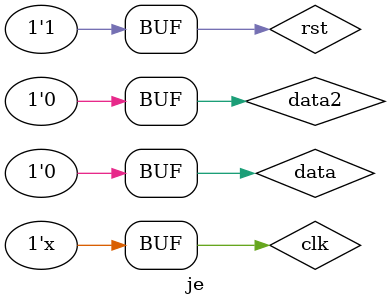
<source format=v>
`timescale 1ns / 1ps


module je;

	// Inputs
	reg clk;
	reg rst;
	reg data;
	reg data2;

	// Outputs
	wire datadelay0;
	wire datadelay2;
	wire datadelay8;
	wire datadelay19;
	wire datadelay18;
	wire datadelay14;
	wire delay0;
	wire delay1;
	wire hebo;
	wire delay5;
	wire gie;
	wire gie2;
	wire b3;
	wire [4:0] cnt;

	// Instantiate the Unit Under Test (UUT)
	main uut (
		.clk(clk), 
		.rst(rst), 
		.data(data), 
		.datadelay0(datadelay0), 
		.datadelay2(datadelay2), 
		.datadelay8(datadelay8), 
		.datadelay19(datadelay19), 
		.datadelay18(datadelay18), 
		.datadelay14(datadelay14), 
		.data2(data2), 
		.delay0(delay0), 
		.delay1(delay1), 
		.hebo(hebo), 
		.delay5(delay5), 
		.gie(gie), 
		.gie2(gie2),
		.b3(b3),
		.cnt(cnt)
	);

initial begin
		// Initialize Inputs
		clk = 1;
		rst = 0;
		data = 0;
		data2=0;
		// Wait 100 ns for global reset to finish
		#100;
		rst=1;
		
		data=1;data2=1;
		#10;
		data=0;data2=0;
		#180;
		
      
		data=1;data2=1;
		
		#10;
		data=0;data2=0;
		#180;
		data=0;data2=0;
		#190;
		data=1;data2=1;
		#10;
		
      
		data=0;data2=0;
		#180;data=1;data2=1;
		#10;
		data=0;data2=0;
		#180;
		
      
		data=0;data2=0;
		#190;
		data=1;data2=1;
		#10;
		data=0;data2=0;
		#180;
	
      
		 
		// Add stimulus here

	end
   always #5 clk=~clk;
      
endmodule


</source>
